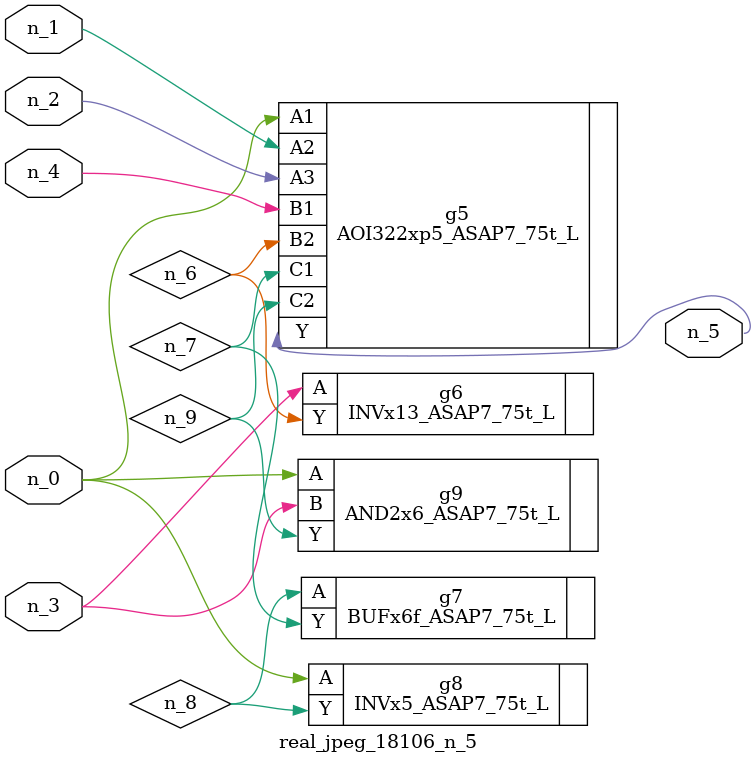
<source format=v>
module real_jpeg_18106_n_5 (n_4, n_0, n_1, n_2, n_3, n_5);

input n_4;
input n_0;
input n_1;
input n_2;
input n_3;

output n_5;

wire n_8;
wire n_6;
wire n_7;
wire n_9;

AOI322xp5_ASAP7_75t_L g5 ( 
.A1(n_0),
.A2(n_1),
.A3(n_2),
.B1(n_4),
.B2(n_6),
.C1(n_7),
.C2(n_9),
.Y(n_5)
);

INVx5_ASAP7_75t_L g8 ( 
.A(n_0),
.Y(n_8)
);

AND2x6_ASAP7_75t_L g9 ( 
.A(n_0),
.B(n_3),
.Y(n_9)
);

INVx13_ASAP7_75t_L g6 ( 
.A(n_3),
.Y(n_6)
);

BUFx6f_ASAP7_75t_L g7 ( 
.A(n_8),
.Y(n_7)
);


endmodule
</source>
